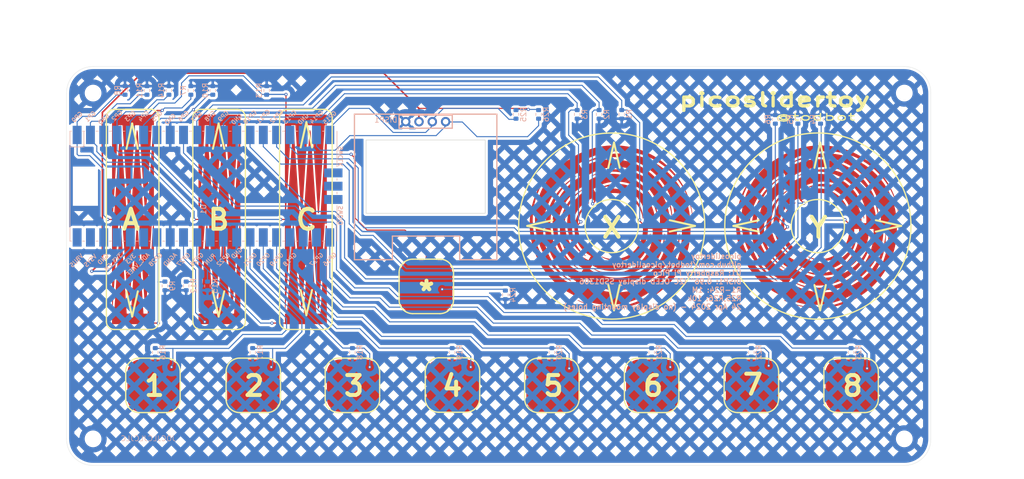
<source format=kicad_pcb>
(kicad_pcb (version 20240108) (generator "pcbnew") (generator_version "8.0")
  (layers (0 "F.Cu" signal) (31 "B.Cu" signal) (34 "B.Paste" user) (35 "F.Paste" user) (36 "B.SilkS" user "B.Silkscreen") (37 "F.SilkS" user "F.Silkscreen") (38 "B.Mask" user) (39 "F.Mask" user) (44 "Edge.Cuts" user))
  (net 0 "")
  (net 9 "/SCL")
  (net 10 "/SDA")
  (net 11 "/TPAD1")
  (net 12 "/TPAD2")
  (net 13 "+3V3")
  (net 14 "GND")
  (net 15 "/TPAD3")
  (net 16 "/TPAD4")
  (net 17 "/FADER1B")
  (net 18 "/FADER1C")
  (net 19 "/FADER1A")
  (net 20 "/FADER2A")
  (net 21 "/FADER2C")
  (net 22 "/FADER2B")
  (net 23 "/FADER3C")
  (net 24 "/FADER3B")
  (net 25 "/FADER3A")
  (net 26 "/ROT1A")
  (net 27 "/ROT1B")
  (net 28 "/ROT1C")
  (net 29 "/ROT2A")
  (net 30 "/ROT2B")
  (net 31 "/ROT2C")
  (net 32 "/TPAD5")
  (net 33 "/TPAD6")
  (net 34 "/TPAD7")
  (net 35 "/TPAD8")
  (net 36 "/TPAD9")
  (footprint "SparkFun-Switch:Pad-CapacitiveTouch" (layer "F.Cu") (at 156.329998 86.36)
    (property "Reference" "SW7")
    (property "Value" "Capacitive Button" (hide yes))
  )
  (footprint "MountingHole:MountingHole_2.7mm_M2.5" (layer "F.Cu") (at 185.42 30.48)
    (property "Reference" "H3" (hide yes))
    (property "Value" "MountingHole" (hide yes))
  )
  (footprint "SparkFun-Switch:Pad-CapacitiveTouch" (layer "F.Cu") (at 80.129998 86.36)
    (property "Reference" "SW3")
    (property "Value" "Capacitive Button" (hide yes))
  )
  (footprint "MountingHole:MountingHole_2.7mm_M2.5_ISO14580" (layer "F.Cu") (at 30.48 30.48)
    (property "Reference" "H1" (hide yes))
    (property "Value" "MountingHole" (hide yes))
  )
  (footprint "SparkFun-Switch:Pad-CapacitiveTouch" (layer "F.Cu") (at 99.179998 86.36)
    (property "Reference" "SW4")
    (property "Value" "Capacitive Button" (hide yes))
  )
  (footprint "SparkFun-Switch:Pad-CapacitiveTouch" (layer "F.Cu") (at 175.379998 86.36)
    (property "Reference" "SW8")
    (property "Value" "Capacitive Button" (hide yes))
  )
  (footprint "todbot_eagle2023:TOUCHROTARY1B" (layer "F.Cu") (at 129.494896 55.876893)
    (property "Reference" "TOUCHROTARY1" (hide yes))
    (property "Value" "~" (hide yes))
  )
  (footprint "SparkFun-Switch:Pad-CapacitiveTouch" (layer "F.Cu") (at 61.079998 86.36)
    (property "Reference" "SW2")
    (property "Value" "Capacitive Button" (hide yes))
  )
  (footprint "SparkFun-Switch:Pad-CapacitiveTouch" (layer "F.Cu") (at 42.029998 86.36)
    (property "Reference" "SW1")
    (property "Value" "Capacitive Button" (hide yes))
  )
  (footprint "SparkFun-Switch:Pad-CapacitiveTouch" (layer "F.Cu") (at 118.229998 86.36)
    (property "Reference" "SW5")
    (property "Value" "Capacitive Button" (hide yes))
  )
  (footprint "MountingHole:MountingHole_2.7mm_M2.5" (layer "F.Cu") (at 185.42 96.52)
    (property "Reference" "H4" (hide yes))
    (property "Value" "MountingHole" (hide yes))
  )
  (footprint "todbot_eagle2023:TOUCHROTARY1B" (layer "F.Cu") (at 168.91 55.876893)
    (property "Reference" "TOUCHROTARY2" (hide yes))
    (property "Value" "~" (hide yes))
  )
  (footprint "todbot_eagle2023:TOUCHSLIDER3_8x40B" (layer "F.Cu") (at 38.1 54.61)
    (property "Reference" "FADER1" (hide yes))
    (property "Value" "~" (hide yes))
  )
  (footprint "todbot_stuff:OLED-TH_under_fixed_L27.8-W27.2-P2.54_C9900033791" (layer "F.Cu") (at 94 35.94)
    (property "Reference" "DISP1")
    (property "Value" "HS96L03W2C03")
    (fp_rect (start -11.375 3.5) (end 11.375 17.5) (stroke (width 0.1)) (fill none) (layer "Edge.Cuts"))
  )
  (footprint "todbot_eagle2023:TOUCHSLIDER3_8x40B" (layer "F.Cu") (at 71.12 54.61)
    (property "Reference" "FADER3" (hide yes))
    (property "Value" "~" (hide yes))
  )
  (footprint "SparkFun-Switch:Pad-CapacitiveTouch" (layer "F.Cu") (at 94.1 67.4)
    (property "Reference" "SW9")
    (property "Value" "Capacitive Button")
  )
  (footprint "todbot_eagle2023:TOUCHSLIDER3_8x40B" (layer "F.Cu") (at 54.61 54.61)
    (property "Reference" "FADER2" (hide yes))
    (property "Value" "~" (hide yes))
  )
  (footprint "MountingHole:MountingHole_2.7mm_M2.5_ISO14580" (layer "F.Cu") (at 30.48 96.52)
    (property "Reference" "H2" (hide yes))
    (property "Value" "MountingHole" (hide yes))
  )
  (footprint "SparkFun-Switch:Pad-CapacitiveTouch" (layer "F.Cu") (at 137.279998 86.36)
    (property "Reference" "SW6")
    (property "Value" "Capacitive Button" (hide yes))
  )
  (footprint "Resistor_SMD:R_0603_1608Metric" (layer "B.Cu") (at 44.196 67.31 90)
    (property "Reference" "R9")
    (property "Value" "1M")
  )
  (footprint "Resistor_SMD:R_0603_1608Metric" (layer "B.Cu") (at 99.06 80.01 90)
    (property "Reference" "R19")
    (property "Value" "1M")
  )
  (footprint "Resistor_SMD:R_0603_1608Metric" (layer "B.Cu") (at 165.1 35.496 -90)
    (property "Reference" "R5")
    (property "Value" "1M")
  )
  (footprint "Resistor_SMD:R_0603_1608Metric" (layer "B.Cu") (at 36.576 29.972 -90)
    (property "Reference" "R8")
    (property "Value" "1M")
  )
  (footprint "Resistor_SMD:R_0603_1608Metric" (layer "B.Cu") (at 63.627 29.972 -90)
    (property "Reference" "R13")
    (property "Value" "1M")
  )
  (footprint "Resistor_SMD:R_0603_1608Metric" (layer "B.Cu") (at 53.34 29.972 -90)
    (property "Reference" "R10")
    (property "Value" "1M")
  )
  (footprint "Resistor_SMD:R_0603_1608Metric" (layer "B.Cu") (at 60.96 80.01 90)
    (property "Reference" "R17")
    (property "Value" "1M")
  )
  (footprint "Resistor_SMD:R_0603_1608Metric" (layer "B.Cu") (at 49.149 29.972 -90)
    (property "Reference" "R7")
    (property "Value" "1M")
  )
  (footprint "Resistor_SMD:R_0603_1608Metric" (layer "B.Cu") (at 40.767 29.972 -90)
    (property "Reference" "R11")
    (property "Value" "1M")
  )
  (footprint "Resistor_SMD:R_0603_1608Metric" (layer "B.Cu") (at 169.418 35.497 -90)
    (property "Reference" "R4")
    (property "Value" "1M")
  )
  (footprint "Resistor_SMD:R_0603_1608Metric" (layer "B.Cu") (at 175.26 80.01 90)
    (property "Reference" "R23")
    (property "Value" "1M")
  )
  (footprint "Resistor_SMD:R_0603_1608Metric" (layer "B.Cu") (at 42.355 80.01 90)
    (property "Reference" "R16")
    (property "Value" "1M")
  )
  (footprint "Resistor_SMD:R_0603_1608Metric" (layer "B.Cu") (at 109.22 69.025 90)
    (property "Reference" "R24")
    (property "Value" "1M")
  )
  (footprint "Resistor_SMD:R_0603_1608Metric" (layer "B.Cu") (at 52.324 67.31 90)
    (property "Reference" "R15")
    (property "Value" "1M")
  )
  (footprint "Resistor_SMD:R_0603_1608Metric" (layer "B.Cu") (at 118.11 80.01 90)
    (property "Reference" "R20")
    (property "Value" "1M")
  )
  (footprint "Resistor_SMD:R_0603_1608Metric" (layer "B.Cu") (at 156.21 80.01 90)
    (property "Reference" "R22")
    (property "Value" "1M")
  )
  (footprint "Resistor_SMD:R_0603_1608Metric" (layer "B.Cu") (at 48.26 67.31 90)
    (property "Reference" "R12")
    (property "Value" "1M")
  )
  (footprint "Resistor_SMD:R_0603_1608Metric" (layer "B.Cu") (at 137.16 80.01 90)
    (property "Reference" "R21")
    (property "Value" "1M")
  )
  (footprint "Resistor_SMD:R_0603_1608Metric" (layer "B.Cu") (at 80.01 80.01 90)
    (property "Reference" "R18")
    (property "Value" "1M")
  )
  (footprint "Resistor_SMD:R_0603_1608Metric" (layer "B.Cu") (at 122.936 34.544 90)
    (property "Reference" "R3")
    (property "Value" "1M")
  )
  (footprint "Resistor_SMD:R_0603_1608Metric" (layer "B.Cu") (at 160.782 35.497 -90)
    (property "Reference" "R6")
    (property "Value" "1M")
  )
  (footprint "Resistor_SMD:R_0603_1608Metric" (layer "B.Cu") (at 44.958 29.972 -90)
    (property "Reference" "R14")
    (property "Value" "1M")
  )
  (footprint "Resistor_SMD:R_0603_1608Metric" (layer "B.Cu") (at 111.252 34.544 90)
    (property "Reference" "R25")
    (property "Value" "10k")
  )
  (footprint "todbot_RPI_Pico:RPi_Pico_SMD" (layer "B.Cu") (at 51.562 48.26 -90)
    (property "Reference" "U1")
    (property "Value" "Pico")
  )
  (footprint "Resistor_SMD:R_0603_1608Metric" (layer "B.Cu") (at 131.445 34.544 90)
    (property "Reference" "R1")
    (property "Value" "1M")
  )
  (footprint "Resistor_SMD:R_0603_1608Metric" (layer "B.Cu") (at 115.57 34.544 90)
    (property "Reference" "R26")
    (property "Value" "10k")
  )
  (footprint "Resistor_SMD:R_0603_1608Metric" (layer "B.Cu") (at 127.127 34.544 90)
    (property "Reference" "R2")
    (property "Value" "1M")
  )
  (gr_line (start 172.659999 81.1) (end 177.859999 81.1) (stroke (width 0.254)) (layer "F.SilkS"))
  (gr_line (start 93.92 88.84) (end 93.919999 83.640001) (stroke (width 0.254)) (layer "F.SilkS"))
  (gr_arc (start 39.309999 91.499999) (mid 37.471521 90.738477) (end 36.709999 88.899999) (stroke (width 0.254)) (layer "F.SilkS"))
  (gr_line (start 91.5232 62.2) (end 96.7232 62.2) (stroke (width 0.254)) (layer "F.SilkS"))
  (gr_arc (start 101.719999 81.040001) (mid 103.558477 81.801523) (end 104.319999 83.640001) (stroke (width 0.254)) (layer "F.SilkS"))
  (gr_arc (start 58.479999 91.499999) (mid 56.641521 90.738477) (end 55.879999 88.899999) (stroke (width 0.254)) (layer "F.SilkS"))
  (gr_line (start 66.101631 35.113631) (end 66.101631 74.106369) (stroke (width 0.254)) (layer "F.SilkS"))
  (gr_line (start 161.409997 88.9) (end 161.409998 83.700001) (stroke (width 0.254)) (layer "F.SilkS"))
  (gr_arc (start 36.709998 83.7) (mid 37.47152 81.861522) (end 39.309998 81.1) (stroke (width 0.254)) (layer "F.SilkS"))
  (gr_arc (start 104.319998 88.84) (mid 103.558476 90.678478) (end 101.719998 91.44) (stroke (width 0.254)) (layer "F.SilkS"))
  (gr_line (start 77.409998 81.1) (end 82.609998 81.1) (stroke (width 0.254)) (layer "F.SilkS"))
  (gr_arc (start 34.544 75.630369) (mid 33.46637 75.184) (end 33.02 74.106369) (stroke (width 0.254)) (layer "F.SilkS"))
  (gr_line (start 76.138369 74.106369) (end 76.138369 35.113631) (stroke (width 0.254)) (layer "F.SilkS"))
  (gr_line (start 123.309997 88.9) (end 123.309998 83.700001) (stroke (width 0.254)) (layer "F.SilkS"))
  (gr_arc (start 93.919999 83.640001) (mid 94.681521 81.801523) (end 96.519999 81.040001) (stroke (width 0.254)) (layer "F.SilkS"))
  (gr_line (start 67.625631 75.630369) (end 74.614369 75.630369) (stroke (width 0.254)) (layer "F.SilkS"))
  (gr_line (start 134.559999 81.1) (end 139.759999 81.1) (stroke (width 0.254)) (layer "F.SilkS"))
  (gr_arc (start 49.53 35.113631) (mid 49.976369 34.036) (end 51.054 33.589631) (stroke (width 0.254)) (layer "F.SilkS"))
  (gr_arc (start 115.509999 91.499999) (mid 113.671521 90.738477) (end 112.909999 88.899999) (stroke (width 0.254)) (layer "F.SilkS"))
  (gr_line (start 36.709999 88.899999) (end 36.709998 83.7) (stroke (width 0.254)) (layer "F.SilkS"))
  (gr_line (start 82.609997 91.499999) (end 77.409999 91.499999) (stroke (width 0.254)) (layer "F.SilkS"))
  (gr_line (start 55.879999 88.899999) (end 55.879998 83.7) (stroke (width 0.254)) (layer "F.SilkS"))
  (gr_line (start 88.923201 69.999999) (end 88.9232 64.8) (stroke (width 0.254)) (layer "F.SilkS"))
  (gr_arc (start 158.809998 81.1) (mid 160.648476 81.861522) (end 161.409998 83.7) (stroke (width 0.254)) (layer "F.SilkS"))
  (gr_arc (start 91.523201 72.599999) (mid 89.684723 71.838477) (end 88.923201 69.999999) (stroke (width 0.254)) (layer "F.SilkS"))
  (gr_arc (start 151.009998 83.7) (mid 151.77152 81.861522) (end 153.609998 81.1) (stroke (width 0.254)) (layer "F.SilkS"))
  (gr_arc (start 58.042738 33.589631) (mid 59.12037 34.036) (end 59.566738 35.113631) (stroke (width 0.254)) (layer "F.SilkS"))
  (gr_line (start 153.609998 81.1) (end 158.809998 81.1) (stroke (width 0.254)) (layer "F.SilkS"))
  (gr_line (start 58.479998 81.1) (end 63.679998 81.1) (stroke (width 0.254)) (layer "F.SilkS"))
  (gr_line (start 74.809999 88.899999) (end 74.809998 83.7) (stroke (width 0.254)) (layer "F.SilkS"))
  (gr_line (start 49.53 35.113631) (end 49.53 74.106369) (stroke (width 0.254)) (layer "F.SilkS"))
  (gr_arc (start 66.279997 88.899999) (mid 65.518475 90.738477) (end 63.679997 91.499999) (stroke (width 0.254)) (layer "F.SilkS"))
  (gr_line (start 33.02 35.113631) (end 33.02 74.106369) (stroke (width 0.254)) (layer "F.SilkS"))
  (gr_arc (start 88.9232 64.8) (mid 89.684722 62.961522) (end 91.5232 62.2) (stroke (width 0.254)) (layer "F.SilkS"))
  (gr_circle (center 168.91 55.88) (end 173.99 55.88) (stroke (width 0.254)) (fill none) (layer "F.SilkS"))
  (gr_circle (center 168.91 55.876893) (end 186.69 55.876893) (stroke (width 0.254)) (fill none) (layer "F.SilkS"))
  (gr_arc (start 96.7232 62.2) (mid 98.561678 62.961522) (end 99.3232 64.8) (stroke (width 0.254)) (layer "F.SilkS"))
  (gr_line (start 96.723199 72.599999) (end 91.523201 72.599999) (stroke (width 0.254)) (layer "F.SilkS"))
  (gr_arc (start 120.709998 81.1) (mid 122.548476 81.861522) (end 123.309998 83.7) (stroke (width 0.254)) (layer "F.SilkS"))
  (gr_arc (start 99.323199 69.999999) (mid 98.561677 71.838477) (end 96.723199 72.599999) (stroke (width 0.254)) (layer "F.SilkS"))
  (gr_arc (start 180.459998 88.899999) (mid 179.698476 90.738477) (end 177.859998 91.499999) (stroke (width 0.254)) (layer "F.SilkS"))
  (gr_line (start 139.759998 91.499999) (end 134.56 91.499999) (stroke (width 0.254)) (layer "F.SilkS"))
  (gr_line (start 34.544 75.630369) (end 41.532738 75.630369) (stroke (width 0.254)) (layer "F.SilkS"))
  (gr_line (start 47.109997 88.9) (end 47.109998 83.700001) (stroke (width 0.254)) (layer "F.SilkS"))
  (gr_arc (start 74.809998 83.7) (mid 75.57152 81.861522) (end 77.409998 81.1) (stroke (width 0.254)) (layer "F.SilkS"))
  (gr_arc (start 153.609999 91.499999) (mid 151.771521 90.738477) (end 151.009999 88.899999) (stroke (width 0.254)) (layer "F.SilkS"))
  (gr_line (start 41.532738 33.589631) (end 34.544 33.589631) (stroke (width 0.254)) (layer "F.SilkS"))
  (gr_arc (start 47.109997 88.899999) (mid 46.348475 90.738477) (end 44.509997 91.499999) (stroke (width 0.254)) (layer "F.SilkS"))
  (gr_line (start 66.279997 88.9) (end 66.279998 83.700001) (stroke (width 0.254)) (layer "F.SilkS"))
  (gr_line (start 115.509998 81.1) (end 120.709998 81.1) (stroke (width 0.254)) (layer "F.SilkS"))
  (gr_arc (start 131.959999 83.7) (mid 132.721521 81.861522) (end 134.559999 81.1) (stroke (width 0.254)) (layer "F.SilkS"))
  (gr_arc (start 142.359998 88.899999) (mid 141.598476 90.738477) (end 139.759998 91.499999) (stroke (width 0.254)) (layer "F.SilkS"))
  (gr_line (start 170.06 88.899999) (end 170.059999 83.7) (stroke (width 0.254)) (layer "F.SilkS"))
  (gr_arc (start 43.056738 74.106369) (mid 42.610369 75.184) (end 41.532738 75.630369) (stroke (width 0.254)) (layer "F.SilkS"))
  (gr_arc (start 177.859999 81.1) (mid 179.698477 81.861522) (end 180.459999 83.7) (stroke (width 0.254)) (layer "F.SilkS"))
  (gr_arc (start 139.759999 81.1) (mid 141.598477 81.861522) (end 142.359999 83.7) (stroke (width 0.254)) (layer "F.SilkS"))
  (gr_arc (start 170.059999 83.7) (mid 170.821521 81.861522) (end 172.659999 81.1) (stroke (width 0.254)) (layer "F.SilkS"))
  (gr_arc (start 33.02 35.113631) (mid 33.466369 34.036) (end 34.544 33.589631) (stroke (width 0.254)) (layer "F.SilkS"))
  (gr_line (start 180.459998 88.9) (end 180.459999 83.700001) (stroke (width 0.254)) (layer "F.SilkS"))
  (gr_line (start 85.209997 88.9) (end 85.209998 83.700001) (stroke (width 0.254)) (layer "F.SilkS"))
  (gr_arc (start 112.909998 83.7) (mid 113.67152 81.861522) (end 115.509998 81.1) (stroke (width 0.254)) (layer "F.SilkS"))
  (gr_arc (start 134.56 91.499999) (mid 132.721522 90.738477) (end 131.96 88.899999) (stroke (width 0.254)) (layer "F.SilkS"))
  (gr_line (start 158.809997 91.499999) (end 153.609999 91.499999) (stroke (width 0.254)) (layer "F.SilkS"))
  (gr_arc (start 67.625631 75.630369) (mid 66.548 75.184) (end 66.101631 74.106369) (stroke (width 0.254)) (layer "F.SilkS"))
  (gr_arc (start 77.409999 91.499999) (mid 75.571521 90.738477) (end 74.809999 88.899999) (stroke (width 0.254)) (layer "F.SilkS"))
  (gr_line (start 120.709997 91.499999) (end 115.509999 91.499999) (stroke (width 0.254)) (layer "F.SilkS"))
  (gr_line (start 112.909999 88.899999) (end 112.909998 83.7) (stroke (width 0.254)) (layer "F.SilkS"))
  (gr_arc (start 123.309997 88.899999) (mid 122.548475 90.738477) (end 120.709997 91.499999) (stroke (width 0.254)) (layer "F.SilkS"))
  (gr_line (start 59.566738 74.106369) (end 59.566738 35.113631) (stroke (width 0.254)) (layer "F.SilkS"))
  (gr_line (start 99.323199 70) (end 99.3232 64.800001) (stroke (width 0.254)) (layer "F.SilkS"))
  (gr_line (start 104.319998 88.840001) (end 104.319999 83.640002) (stroke (width 0.254)) (layer "F.SilkS"))
  (gr_line (start 131.96 88.899999) (end 131.959999 83.7) (stroke (width 0.254)) (layer "F.SilkS"))
  (gr_line (start 142.359998 88.9) (end 142.359999 83.700001) (stroke (width 0.254)) (layer "F.SilkS"))
  (gr_line (start 74.614369 33.589631) (end 67.625631 33.589631) (stroke (width 0.254)) (layer "F.SilkS"))
  (gr_arc (start 51.054 75.630369) (mid 49.97637 75.184) (end 49.53 74.106369) (stroke (width 0.254)) (layer "F.SilkS"))
  (gr_line (start 44.509997 91.499999) (end 39.309999 91.499999) (stroke (width 0.254)) (layer "F.SilkS"))
  (gr_arc (start 44.509998 81.1) (mid 46.348476 81.861522) (end 47.109998 83.7) (stroke (width 0.254)) (layer "F.SilkS"))
  (gr_arc (start 55.879998 83.7) (mid 56.64152 81.861522) (end 58.479998 81.1) (stroke (width 0.254)) (layer "F.SilkS"))
  (gr_arc (start 66.101631 35.113631) (mid 66.548 34.036) (end 67.625631 33.589631) (stroke (width 0.254)) (layer "F.SilkS"))
  (gr_line (start 101.719998 91.44) (end 96.52 91.44) (stroke (width 0.254)) (layer "F.SilkS"))
  (gr_circle (center 129.54 55.876893) (end 147.274896 57.098119) (stroke (width 0.254)) (fill none) (layer "F.SilkS"))
  (gr_line (start 43.056738 74.106369) (end 43.056738 35.113631) (stroke (width 0.254)) (layer "F.SilkS"))
  (gr_line (start 58.042738 33.589631) (end 51.054 33.589631) (stroke (width 0.254)) (layer "F.SilkS"))
  (gr_line (start 39.309998 81.1) (end 44.509998 81.1) (stroke (width 0.254)) (layer "F.SilkS"))
  (gr_arc (start 85.209997 88.899999) (mid 84.448475 90.738477) (end 82.609997 91.499999) (stroke (width 0.254)) (layer "F.SilkS"))
  (gr_arc (start 161.409997 88.899999) (mid 160.648475 90.738477) (end 158.809997 91.499999) (stroke (width 0.254)) (layer "F.SilkS"))
  (gr_arc (start 82.609998 81.1) (mid 84.448476 81.861522) (end 85.209998 83.7) (stroke (width 0.254)) (layer "F.SilkS"))
  (gr_arc (start 74.614369 33.589631) (mid 75.692 34.036) (end 76.138369 35.113631) (stroke (width 0.254)) (layer "F.SilkS"))
  (gr_line (start 151.009999 88.899999) (end 151.009998 83.7) (stroke (width 0.254)) (layer "F.SilkS"))
  (gr_line (start 177.859998 91.499999) (end 172.66 91.499999) (stroke (width 0.254)) (layer "F.SilkS"))
  (gr_line (start 63.679997 91.499999) (end 58.479999 91.499999) (stroke (width 0.254)) (layer "F.SilkS"))
  (gr_line (start 51.054 75.630369) (end 58.042738 75.630369) (stroke (width 0.254)) (layer "F.SilkS"))
  (gr_line (start 96.519999 81.040001) (end 101.719999 81.040001) (stroke (width 0.254)) (layer "F.SilkS"))
  (gr_arc (start 63.679998 81.1) (mid 65.518476 81.861522) (end 66.279998 83.7) (stroke (width 0.254)) (layer "F.SilkS"))
  (gr_arc (start 76.138369 74.106369) (mid 75.692 75.184) (end 74.614369 75.630369) (stroke (width 0.254)) (layer "F.SilkS"))
  (gr_circle (center 129.54 55.88) (end 134.62 55.88) (stroke (width 0.254)) (fill none) (layer "F.SilkS"))
  (gr_arc (start 59.566738 74.106369) (mid 59.120369 75.184) (end 58.042738 75.630369) (stroke (width 0.254)) (layer "F.SilkS"))
  (gr_arc (start 41.532738 33.589631) (mid 42.61037 34.036) (end 43.056738 35.113631) (stroke (width 0.254)) (layer "F.SilkS"))
  (gr_arc (start 96.52 91.44) (mid 94.681522 90.678478) (end 93.92 88.84) (stroke (width 0.254)) (layer "F.SilkS"))
  (gr_arc (start 172.66 91.499999) (mid 170.821522 90.738477) (end 170.06 88.899999) (stroke (width 0.254)) (layer "F.SilkS"))
  (gr_line (start 30.48 25.4) (end 185.42 25.4) (stroke (width 0.05)) (layer "Edge.Cuts"))
  (gr_arc (start 25.4 30.48) (mid 26.887898 26.887898) (end 30.48 25.4) (stroke (width 0.05)) (layer "Edge.Cuts"))
  (gr_line (start 30.48 101.6) (end 185.42 101.6) (stroke (width 0.05)) (layer "Edge.Cuts"))
  (gr_line (start 25.399998 96.520002) (end 25.4 30.48) (stroke (width 0.05)) (layer "Edge.Cuts"))
  (gr_arc (start 30.479998 101.600002) (mid 26.887896 100.112104) (end 25.399998 96.520002) (stroke (width 0.05)) (layer "Edge.Cuts"))
  (gr_arc (start 190.5 96.52) (mid 189.012102 100.112102) (end 185.42 101.6) (stroke (width 0.05)) (layer "Edge.Cuts"))
  (gr_line (start 190.5 30.48) (end 190.5 96.52) (stroke (width 0.05)) (layer "Edge.Cuts"))
  (gr_arc (start 185.42 25.4) (mid 189.012102 26.887898) (end 190.5 30.48) (stroke (width 0.05)) (layer "Edge.Cuts"))
  (gr_text "JOCJLCJLCJLC" (at 46.355 97.028 0) (layer "B.SilkS") (effects (font (size 1 1) (thickness 0.1)) (justify left bottom mirror)))
  (gr_text "picoslidertoy\ngithub.com/todbot/picoslidertoy\nU1: Raspberry Pi Pico\nDISP1: 0.96{dblquote} I2C OLED display SSD1306\nR1-R24: 1M\nR25,R26: 10k\n24 Apr 2024 - (no display mounting holes)" (at 154.432 71.882 0) (layer "B.SilkS") (effects (font (size 1 1) (thickness 0.2) (bold yes)) (justify left bottom mirror)))
  (gr_text "2" (at 58.928 88.646 0) (layer "F.SilkS") (effects (font (size 3.81 3.81) (thickness 0.762) (bold yes)) (justify left bottom)))
  (gr_text "6" (at 135.128 88.646 0) (layer "F.SilkS") (effects (font (size 3.81 3.81) (thickness 0.762) (bold yes)) (justify left bottom)))
  (gr_text "A" (at 35.56 56.896 0) (layer "F.SilkS") (effects (font (size 3.81 3.81) (thickness 0.762) (bold yes)) (justify left bottom)))
  (gr_text "8" (at 173.228 88.646 0) (layer "F.SilkS") (effects (font (size 3.81 3.81) (thickness 0.762) (bold yes)) (justify left bottom)))
  (gr_text "B" (at 52.07 56.896 0) (layer "F.SilkS") (effects (font (size 3.81 3.81) (thickness 0.762) (bold yes)) (justify left bottom)))
  (gr_text "<    >" (at 111.633 57.785 0) (layer "F.SilkS") (effects (font (size 3.81 6.35) (thickness 0.381) (bold yes)) (justify left bottom)))
  (gr_text "7" (at 154.178 88.392 0) (layer "F.SilkS") (effects (font (size 3.81 3.81) (thickness 0.762) (bold yes)) (justify left bottom)))
  (gr_text "picoslidertoy" (at 141.986 33.274 0) (layer "F.SilkS") (effects (font (size 2.54 3.81) (thickness 0.635) (bold yes)) (justify left bottom)))
  (gr_text "@todbot" (at 160.528 35.814 0) (layer "F.SilkS") (effects (font (size 1.27 2.54) (thickness 0.254)) (justify left bottom)))
  (gr_text "1" (at 39.878 88.646 0) (layer "F.SilkS") (effects (font (size 3.81 3.81) (thickness 0.762) (bold yes)) (justify left bottom)))
  (gr_text "X" (at 127.254 58.42 0) (layer "F.SilkS") (effects (font (size 3.81 3.81) (thickness 0.762) (bold yes)) (justify left bottom)))
  (gr_text "Y" (at 166.878 58.42 0) (layer "F.SilkS") (effects (font (size 3.81 3.81) (thickness 0.762) (bold yes)) (justify left bottom)))
  (gr_text "<    >" (at 171.281725 73.732488 90) (layer "F.SilkS") (effects (font (size 3.81 6.35) (thickness 0.381) (bold yes)) (justify left bottom)))
  (gr_text "3" (at 77.978 88.646 0) (layer "F.SilkS") (effects (font (size 3.81 3.81) (thickness 0.762) (bold yes)) (justify left bottom)))
  (gr_text "<     >" (at 56.388 74.93 90) (layer "F.SilkS") (effects (font (size 3.81 6.35) (thickness 0.381) (bold yes)) (justify left bottom)))
  (gr_text "C" (at 68.834 56.896 0) (layer "F.SilkS") (effects (font (size 3.81 3.81) (thickness 0.762) (bold yes)) (justify left bottom)))
  (gr_text "5" (at 116.078 88.646 0) (layer "F.SilkS") (effects (font (size 3.81 3.81) (thickness 0.762) (bold yes)) (justify left bottom)))
  (gr_text "<    >" (at 131.911725 73.732488 90) (layer "F.SilkS") (effects (font (size 3.81 6.35) (thickness 0.381) (bold yes)) (justify left bottom)))
  (gr_text "<    >" (at 151.003 57.785 0) (layer "F.SilkS") (effects (font (size 3.81 6.35) (thickness 0.381) (bold yes)) (justify left bottom)))
  (gr_text "4" (at 96.774 88.646 0) (layer "F.SilkS") (effects (font (size 3.81 3.81) (thickness 0.762) (bold yes)) (justify left bottom)))
  (gr_text "<     >" (at 39.878 74.93 90) (layer "F.SilkS") (effects (font (size 3.81 6.35) (thickness 0.381) (bold yes)) (justify left bottom)))
  (gr_text "*" (at 92.202 70.6328 0) (layer "F.SilkS") (effects (font (size 3.81 3.81) (thickness 0.762) (bold yes)) (justify left bottom)))
  (gr_text "<     >" (at 73.152 74.676 90) (layer "F.SilkS") (effects (font (size 3.81 6.35) (thickness 0.381) (bold yes)) (justify left bottom)))
  (segment (start 97.41 33.4) (end 95.25 35.56) (width 0.2) (layer "B.Cu") (net 9))
  (segment (start 94 38) (end 87.8 38) (width 0.2) (layer "B.Cu") (net 9))
  (segment (start 87.8 38) (end 83.2 33.4) (width 0.2) (layer "B.Cu") (net 9))
  (segment (start 109.918 35.496) (end 107.822 33.4) (width 0.2) (layer "B.Cu") (net 9))
  (segment (start 111.125 35.496) (end 109.918 35.496) (width 0.2) (layer "B.Cu") (net 9))
  (segment (start 83.2 33.4) (end 79.4 33.4) (width 0.2) (layer "B.Cu") (net 9))
  (segment (start 95.27 35.94) (end 95.27 36.73) (width 0.2) (layer "B.Cu") (net 9))
  (segment (start 107.822 33.4) (end 97.41 33.4) (width 0.2) (layer "B.Cu") (net 9))
  (segment (start 95.27 36.73) (end 94 38) (width 0.2) (layer "B.Cu") (net 9))
  (segment (start 79.4 33.4) (end 75.692 37.108) (width 0.2) (layer "B.Cu") (net 9))
  (segment (start 75.692 37.108) (end 75.692 39.37) (width 0.2) (layer "B.Cu") (net 9))
  (segment (start 97.87 36) (end 97.81 35.94) (width 0.2) (layer "B.Cu") (net 10))
  (segment (start 96 38.6) (end 97.81 36.79) (width 0.2) (layer "B.Cu") (net 10))
  (segment (start 76.708 41.402) (end 79.51 38.6) (width 0.2) (layer "B.Cu") (net 10))
  (segment (start 101 36) (end 97.87 36) (width 0.2) (layer "B.Cu") (net 10))
  (segment (start 97.81 36.79) (end 97.81 35.94) (width 0.2) (layer "B.Cu") (net 10))
  (segment (start 79.51 38.6) (end 96 38.6) (width 0.2) (layer "B.Cu") (net 10))
  (segment (start 103.8 38.8) (end 101 36) (width 0.2) (layer "B.Cu") (net 10))
  (segment (start 113.473 38.8) (end 103.8 38.8) (width 0.2) (layer "B.Cu") (net 10))
  (segment (start 73.914 41.402) (end 76.708 41.402) (width 0.2) (layer "B.Cu") (net 10))
  (segment (start 115.57 36.703) (end 113.473 38.8) (width 0.2) (layer "B.Cu") (net 10))
  (segment (start 73.152 39.37) (end 73.152 40.64) (width 0.2) (layer "B.Cu") (net 10))
  (segment (start 73.152 40.64) (end 73.914 41.402) (width 0.2) (layer "B.Cu") (net 10))
  (segment (start 115.57 35.369) (end 115.57 36.703) (width 0.2) (layer "B.Cu") (net 10))
  (segment (start 45.72 82.296) (end 42.029998 85.986002) (width 0.2) (layer "F.Cu") (net 11))
  (segment (start 42.029998 85.986002) (end 42.029998 86.36) (width 0.2) (layer "F.Cu") (net 11))
  (via (at 45.466 82.804) (size 0.6) (drill 0.3) (layers "F.Cu" "B.Cu") (net 11))
  (segment (start 59.055 76.581) (end 66.548 76.581) (width 0.2) (layer "B.Cu") (net 11))
  (segment (start 42.418 79.248) (end 45.72 79.248) (width 0.2) (layer "B.Cu") (net 11))
  (segment (start 45.72 79.248) (end 56.388 79.248) (width 0.2) (layer "B.Cu") (net 11))
  (segment (start 45.72 82.296) (end 45.72 79.248) (width 0.2) (layer "B.Cu") (net 11))
  (segment (start 55.372 61.468) (end 55.372 57.15) (width 0.2) (layer "B.Cu") (net 11))
  (segment (start 56.388 79.248) (end 59.055 76.581) (width 0.2) (layer "B.Cu") (net 11))
  (segment (start 45.466 82.55) (end 45.466 82.804) (width 0.2) (layer "B.Cu") (net 11))
  (segment (start 67.437 75.692) (end 67.437 73.533) (width 0.2) (layer "B.Cu") (net 11))
  (segment (start 67.437 73.533) (end 55.372 61.468) (width 0.2) (layer "B.Cu") (net 11))
  (segment (start 66.548 76.581) (end 67.437 75.692) (width 0.2) (layer "B.Cu") (net 11))
  (segment (start 45.72 82.296) (end 45.466 82.55) (width 0.2) (layer "B.Cu") (net 11))
  (segment (start 42.355 79.185) (end 42.418 79.248) (width 0.2) (layer "B.Cu") (net 11))
  (segment (start 61.079998 86.240002) (end 64.77 82.55) (width 0.2) (layer "F.Cu") (net 12))
  (segment (start 61.079998 86.36) (end 61.079998 86.240002) (width 0.2) (layer "F.Cu") (net 12))
  (via (at 64.516 82.804) (size 0.6) (drill 0.3) (layers "F.Cu" "B.Cu") (net 12))
  (segment (start 60.452 64.008) (end 60.452 57.15) (width 0.2) (layer "B.Cu") (net 12))
  (segment (start 70.358 76.073) (end 70.358 73.914) (width 0.2) (layer "B.Cu") (net 12))
  (segment (start 67.183 79.248) (end 70.358 76.073) (width 0.2) (layer "B.Cu") (net 12))
  (segment (start 70.358 73.914) (end 60.452 64.008) (width 0.2) (layer "B.Cu") (net 12))
  (segment (start 64.77 79.248) (end 61.023 79.248) (width 0.2) (layer "B.Cu") (net 12))
  (segment (start 61.023 79.248) (end 60.96 79.185) (width 0.2) (layer "B.Cu") (net 12))
  (segment (start 64.77 79.248) (end 67.183 79.248) (width 0.2) (layer "B.Cu") (net 12))
  (segment (start 64.77 82.55) (end 64.77 79.248) (width 0.2) (layer "B.Cu") (net 12))
  (segment (start 32.258 62.484) (end 30.226 64.516) (width 0.3) (layer "F.Cu") (net 13))
  (segment (start 92.71 33.401) (end 85.979 26.67) (width 0.3) (layer "F.Cu") (net 13))
  (segment (start 92.71 35.92) (end 92.71 34) (width 0.3) (layer "F.Cu") (net 13))
  (segment (start 92.71 34) (end 92.71 33.401) (width 0.3) (layer "F.Cu") (net 13))
  (segment (start 113.4 33.6) (end 113.6 33.6) (width 0.2) (layer "F.Cu") (net 13))
  (segment (start 92.73 35.94) (end 92.71 35.92) (width 0.3) (layer "F.Cu") (net 13))
  (segment (start 92.711 33.4) (end 113.2 33.4) (width 0.2) (layer "F.Cu") (net 13))
  (segment (start 32.258 34.163) (end 32.258 62.484) (width 0.3) (layer "F.Cu") (net 13))
  (segment (start 113.2 33.4) (end 113.4 33.6) (width 0.2) (layer "F.Cu") (net 13))
  (segment (start 92.71 33.401) (end 92.711 33.4) (width 0.2) (layer "F.Cu") (net 13))
  (segment (start 39.751 26.67) (end 32.258 34.163) (width 0.3) (layer "F.Cu") (net 13))
  (segment (start 85.979 26.67) (end 39.751 26.67) (width 0.3) (layer "F.Cu") (net 13))
  (via (at 30.226 64.516) (size 0.6) (drill 0.3) (layers "F.Cu" "B.Cu") (net 13))
  (via (at 113.6 33.6) (size 0.6) (drill 0.3) (layers "F.Cu" "B.Cu") (net 13))
  (segment (start 115.451 33.6) (end 115.57 33.719) (width 0.2) (layer "B.Cu") (net 13))
  (segment (start 37.592 57.15) (end 37.592 60.198) (width 0.3) (layer "B.Cu") (net 13))
  (segment (start 37.592 60.198) (end 33.274 64.516) (width 0.3) (layer "B.Cu") (net 13))
  (segment (start 111.125 33.846) (end 111.371 33.6) (width 0.2) (layer "B.Cu") (net 13))
  (segment (start 111.371 33.6) (end 113.6 33.6) (width 0.2) (layer "B.Cu") (net 13))
  (segment (start 33.274 64.516) (end 30.226 64.516) (width 0.3) (layer "B.Cu") (net 13))
  (segment (start 110.935 33.846) (end 111.125 33.846) (width 0.2) (layer "B.Cu") (net 13))
  (segment (start 113.6 33.6) (end 115.451 33.6) (width 0.2) (layer "B.Cu") (net 13))
  (segment (start 42.164 81.026) (end 42.355 80.835) (width 0.2) (layer "B.Cu") (net 14))
  (segment (start 83.312 83.177998) (end 83.312 82.804) (width 0.2) (layer "F.Cu") (net 15))
  (segment (start 80.129998 86.36) (end 83.312 83.177998) (width 0.2) (layer "F.Cu") (net 15))
  (via (at 83.312 82.804) (size 0.6) (drill 0.3) (layers "F.Cu" "B.Cu") (net 15))
  (segment (start 83.312 82.804) (end 83.312 80.264) (width 0.2) (layer "B.Cu") (net 15))
  (segment (start 82.233 79.185) (end 80.01 79.185) (width 0.2) (layer "B.Cu") (net 15))
  (segment (start 83.312 80.264) (end 82.233 79.185) (width 0.2) (layer "B.Cu") (net 15))
  (segment (start 62.992 57.15) (end 62.992 64.008) (width 0.2) (layer "B.Cu") (net 15))
  (segment (start 62.992 64.008) (end 78.169 79.185) (width 0.2) (layer "B.Cu") (net 15))
  (segment (start 78.169 79.185) (end 80.01 79.185) (width 0.2) (layer "B.Cu") (net 15))
  (segment (start 99.06 86.36) (end 99.179998 86.36) (width 0.2) (layer "F.Cu") (net 16))
  (segment (start 99.179998 86.36) (end 102.616 82.923998) (width 0.2) (layer "F.Cu") (net 16))
  (segment (start 102.616 82.923998) (end 102.616 82.804) (width 0.2) (layer "F.Cu") (net 16))
  (via (at 102.616 82.804) (size 0.6) (drill 0.3) (layers "F.Cu" "B.Cu") (net 16))
  (segment (start 102.616 82.804) (end 102.616 80.772) (width 0.2) (layer "B.Cu") (net 16))
  (segment (start 101.029 79.185) (end 99.06 79.185) (width 0.2) (layer "B.Cu") (net 16))
  (segment (start 85.1286 79.185) (end 81.407 75.4634) (width 0.2) (layer "B.Cu") (net 16))
  (segment (start 99.06 79.185) (end 85.1286 79.185) (width 0.2) (layer "B.Cu") (net 16))
  (segment (start 102.616 80.772) (end 101.029 79.185) (width 0.2) (layer "B.Cu") (net 16))
  (segment (start 65.532 64.008) (end 65.532 57.15) (width 0.2) (layer "B.Cu") (net 16))
  (segment (start 81.407 75.4634) (end 76.9874 75.4634) (width 0.2) (layer "B.Cu") (net 16))
  (segment (start 76.9874 75.4634) (end 65.532 64.008) (width 0.2) (layer "B.Cu") (net 16))
  (segment (start 34.3 54.61) (end 33.274 54.61) (width 0.2) (layer "F.Cu") (net 17))
  (via (at 33.274 54.61) (size 0.6) (drill 0.3) (layers "F.Cu" "B.Cu") (net 17))
  (segment (start 32.512 45.085) (end 29.845 42.418) (width 0.2) (layer "B.Cu") (net 17))
  (segment (start 36.5374 30.8356) (end 34.9504 30.8356) (width 0.2) (layer "B.Cu") (net 17))
  (segment (start 32.512 53.848) (end 32.512 45.085) (width 0.2) (layer "B.Cu") (net 17))
  (segment (start 27.432 35.9664) (end 27.432 39.37) (width 0.2) (layer "B.Cu") (net 17))
  (segment (start 30.861 34.925) (end 28.4734 34.925) (width 0.2) (layer "B.Cu") (net 17))
  (segment (start 28.4734 34.925) (end 27.432 35.9664) (width 0.2) (layer "B.Cu") (net 17))
  (segment (start 27.432 42.164) (end 27.432 39.37) (width 0.2) (layer "B.Cu") (net 17))
  (segment (start 27.686 42.418) (end 27.432 42.164) (width 0.2) (layer "B.Cu") (net 17))
  (segment (start 33.274 54.61) (end 32.512 53.848) (width 0.2) (layer "B.Cu") (net 17))
  (segment (start 36.576 30.797) (end 36.5374 30.8356) (width 0.2) (layer "B.Cu") (net 17))
  (segment (start 34.9504 30.8356) (end 30.861 34.925) (width 0.2) (layer "B.Cu") (net 17))
  (segment (start 29.845 42.418) (end 27.686 42.418) (width 0.2) (layer "B.Cu") (net 17))
  (segment (start 35.3 74.41) (end 42.914 74.41) (width 0.2) (layer "F.Cu") (net 18))
  (segment (start 42.914 74.41) (end 42.926 74.422) (width 0.2) (layer "F.Cu") (net 18))
  (via (at 42.926 74.422) (size 0.6) (drill 0.3) (layers "F.Cu" "B.Cu") (net 18))
  (segment (start 42.672 61.468) (end 42.672 57.15) (width 0.2) (layer "B.Cu") (net 18))
  (segment (start 42.926 66.548) (end 42.926 61.722) (width 0.2) (layer "B.Cu") (net 18))
  (segment (start 42.926 66.548) (end 44.133 66.548) (width 0.2) (layer "B.Cu") (net 18))
  (segment (start 42.926 61.722) (end 42.672 61.468) (width 0.2) (layer "B.Cu") (net 18))
  (segment (start 44.133 66.548) (end 44.196 66.485) (width 0.2) (layer "B.Cu") (net 18))
  (segment (start 42.926 74.422) (end 42.926 66.548) (width 0.2) (layer "B.Cu") (net 18))
  (segment (start 43.688 33.782) (end 42.672 33.782) (width 0.2) (layer "F.Cu") (net 19))
  (segment (start 42.672 33.782) (end 41.644 34.81) (width 0.2) (layer "F.Cu") (net 19))
  (segment (start 41.644 34.81) (end 34.3032 34.81) (width 0.2) (layer "F.Cu") (net 19))
  (via (at 43.688 33.782) (size 0.6) (drill 0.3) (layers "F.Cu" "B.Cu") (net 19))
  (segment (start 49.149 31.623) (end 49.149 30.797) (width 0.2) (layer "B.Cu") (net 19))
  (segment (start 42.672 34.036) (end 40.132 36.576) (width 0.2) (layer "B.Cu") (net 19))
  (segment (start 40.132 36.576) (end 40.132 39.37) (width 0.2) (layer "B.Cu") (net 19))
  (segment (start 47.4472 33.3248) (end 49.149 31.623) (width 0.2) (layer "B.Cu") (net 19))
  (segment (start 43.688 33.782) (end 43.434 34.036) (width 0.2) (layer "B.Cu") (net 19))
  (segment (start 43.688 33.782) (end 44.1452 33.3248) (width 0.2) (layer "B.Cu") (net 19))
  (segment (start 43.434 34.036) (end 42.672 34.036) (width 0.2) (layer "B.Cu") (net 19))
  (segment (start 44.1452 33.3248) (end 47.4472 33.3248) (width 0.2) (layer "B.Cu") (net 19))
  (segment (start 49.6582 33.655) (end 50.8132 34.81) (width 0.2) (layer "F.Cu") (net 20))
  (segment (start 49.657 33.655) (end 49.6582 33.655) (width 0.2) (layer "F.Cu") (net 20))
  (via (at 49.657 33.655) (size 0.6) (drill 0.3) (layers "F.Cu" "B.Cu") (net 20))
  (segment (start 49.5554 33.655) (end 47.9044 35.306) (width 0.2) (layer "B.Cu") (net 20))
  (segment (start 47.9044 35.306) (end 43.434 35.306) (width 0.2) (layer "B.Cu") (net 20))
  (segment (start 42.672 36.068) (end 42.672 39.37) (width 0.2) (layer "B.Cu") (net 20))
  (segment (start 43.434 35.306) (end 42.672 36.068) (width 0.2) (layer "B.Cu") (net 20))
  (segment (start 49.657 33.655) (end 49.5554 33.655) (width 0.2) (layer "B.Cu") (net 20))
  (segment (start 52.515 30.797) (end 53.34 30.797) (width 0.2) (layer "B.Cu") (net 20))
  (segment (start 49.657 33.655) (end 52.515 30.797) (width 0.2) (layer "B.Cu") (net 20))
  (segment (start 51.81 74.41) (end 51.81 74.174) (width 0.2) (layer "F.Cu") (net 21))
  (segment (start 51.81 74.174) (end 51.816 74.168) (width 0.2) (layer "F.Cu") (net 21))
  (via (at 51.816 74.168) (size 0.6) (drill 0.3) (layers "F.Cu" "B.Cu") (net 21))
  (segment (start 51.816 74.168) (end 50.038 72.39) (width 0.2) (layer "B.Cu") (net 21))
  (segment (start 50.038 72.39) (end 50.038 66.548) (width 0.2) (layer "B.Cu") (net 21))
  (segment (start 50.038 66.548) (end 50.038 64.262) (width 0.2) (layer "B.Cu") (net 21))
  (segment (start 48.26 66.485) (end 49.975 66.485) (width 0.2) (layer "B.Cu") (net 21))
  (segment (start 49.975 66.485) (end 50.038 66.548) (width 0.2) (layer "B.Cu") (net 21))
  (segment (start 47.752 61.976) (end 47.752 57.15) (width 0.2) (layer "B.Cu") (net 21))
  (segment (start 50.038 64.262) (end 47.752 61.976) (width 0.2) (layer "B.Cu") (net 21))
  (segment (start 50.81 54.61) (end 49.784 54.61) (width 0.2) (layer "F.Cu") (net 22))
  (via (at 49.784 54.61) (size 0.6) (drill 0.3) (layers "F.Cu" "B.Cu") (net 22))
  (segment (start 33.2232 43.688) (end 31.1912 41.656) (width 0.2) (layer "B.Cu") (net 22))
  (segment (start 37.592 32.512) (end 39.307 30.797) (width 0.2) (layer "B.Cu") (net 22))
  (segment (start 40.386 43.688) (end 33.2232 43.688) (width 0.2) (layer "B.Cu") (net 22))
  (segment (start 29.972 39.37) (end 29.972 36.1188) (width 0.2) (layer "B.Cu") (net 22))
  (segment (start 39.307 30.797) (end 40.767 30.797) (width 0.2) (layer "B.Cu") (net 22))
  (segment (start 31.1912 40.5892) (end 29.972 39.37) (width 0.2) (layer "B.Cu") (net 22))
  (segment (start 35.052 32.512) (end 37.592 32.512) (width 0.2) (layer "B.Cu") (net 22))
  (segment (start 49.784 54.61) (end 49.784 53.086) (width 0.2) (layer "B.Cu") (net 22))
  (segment (start 31.6992 35.8648) (end 35.052 32.512) (width 0.2) (layer "B.Cu") (net 22))
  (segment (start 49.784 53.086) (end 40.386 43.688) (width 0.2) (layer "B.Cu") (net 22))
  (segment (start 30.226 35.8648) (end 31.6992 35.8648) (width 0.2) (layer "B.Cu") (net 22))
  (segment (start 31.1912 41.656) (end 31.1912 40.5892) (width 0.2) (layer "B.Cu") (net 22))
  (segment (start 29.972 36.1188) (end 30.226 35.8648) (width 0.2) (layer "B.Cu") (net 22))
  (segment (start 64.643 74.41) (end 68.32 74.41) (width 0.2) (layer "F.Cu") (net 23))
  (via (at 64.643 74.41) (size 0.6) (drill 0.3) (layers "F.Cu" "B.Cu") (net 23))
  (segment (start 52.324 64.262) (end 50.292 62.23) (width 0.2) (layer "B.Cu") (net 23))
  (segment (start 64.643 74.41) (end 62.472 74.41) (width 0.2) (layer "B.Cu") (net 23))
  (segment (start 52.324 66.485) (end 52.324 64.262) (width 0.2) (layer "B.Cu") (net 23))
  (segment (start 50.292 62.23) (end 50.292 57.15) (width 0.2) (layer "B.Cu") (net 23))
  (segment (start 62.472 74.41) (end 52.324 64.262) (width 0.2) (layer "B.Cu") (net 23))
  (segment (start 67.32 54.61) (end 66.294 54.61) (width 0.2) (layer "F.Cu") (net 24))
  (via (at 66.294 54.61) (size 0.6) (drill 0.3) (layers "F.Cu" "B.Cu") (net 24))
  (segment (start 44.005 31.75) (end 44.958 30.797) (width 0.2) (layer "B.Cu") (net 24))
  (segment (start 42.672 31.75) (end 44.005 31.75) (width 0.2) (layer "B.Cu") (net 24))
  (segment (start 54.102 54.61) (end 41.402 41.91) (width 0.2) (layer "B.Cu") (net 24))
  (segment (start 35.56 41.91) (end 35.052 41.402) (width 0.2) (layer "B.Cu") (net 24))
  (segment (start 36.7284 34.036) (end 40.386 34.036) (width 0.2) (layer "B.Cu") (net 24))
  (segment (start 41.402 41.91) (end 35.56 41.91) (width 0.2) (layer "B.Cu") (net 24))
  (segment (start 35.052 35.7124) (end 36.7284 34.036) (width 0.2) (layer "B.Cu") (net 24))
  (segment (start 35.052 39.37) (end 35.052 35.7124) (width 0.2) (layer "B.Cu") (net 24))
  (segment (start 66.294 54.61) (end 54.102 54.61) (width 0.2) (layer "B.Cu") (net 24))
  (segment (start 40.386 34.036) (end 42.672 31.75) (width 0.2) (layer "B.Cu") (net 24))
  (segment (start 35.052 41.402) (end 35.052 39.37) (width 0.2) (layer "B.Cu") (net 24))
  (segment (start 67.3232 30.734) (end 67.3232 34.81) (width 0.2) (layer "F.Cu") (net 25))
  (via (at 67.3232 30.734) (size 0.6) (drill 0.3) (layers "F.Cu" "B.Cu") (net 25))
  (segment (start 37.592 35.8648) (end 37.592 39.37) (width 0.2) (layer "B.Cu") (net 25))
  (segment (start 67.3232 30.734) (end 62.738 30.734) (width 0.2) (layer "B.Cu") (net 25))
  (segment (start 59.182 27.178) (end 48.768 27.178) (width 0.2) (layer "B.Cu") (net 25))
  (segment (start 40.7416 34.6964) (end 38.7604 34.6964) (width 0.2) (layer "B.Cu") (net 25))
  (segment (start 63.69 30.734) (end 63.627 30.797) (width 0.2) (layer "B.Cu") (net 25))
  (segment (start 47.371 31.115) (end 46.101 32.385) (width 0.2) (layer "B.Cu") (net 25))
  (segment (start 62.738 30.734) (end 59.182 27.178) (width 0.2) (layer "B.Cu") (net 25))
  (segment (start 48.768 27.178) (end 47.371 28.575) (width 0.2) (layer "B.Cu") (net 25))
  (segment (start 67.3232 30.734) (end 63.69 30.734) (width 0.2) (layer "B.Cu") (net 25))
  (segment (start 47.371 28.575) (end 47.371 31.115) (width 0.2) (layer "B.Cu") (net 25))
  (segment (start 43.053 32.385) (end 40.7416 34.6964) (width 0.2) (layer "B.Cu") (net 25))
  (segment (start 38.7604 34.6964) (end 37.592 35.8648) (width 0.2) (layer "B.Cu") (net 25))
  (segment (start 46.101 32.385) (end 43.053 32.385) (width 0.2) (layer "B.Cu") (net 25))
  (segment (start 134.9756 54.8132) (end 134.874 54.7116) (width 0.2) (layer "F.Cu") (net 26))
  (segment (start 134.9756 55.007597) (end 134.9756 54.8132) (width 0.2) (layer "F.Cu") (net 26))
  (segment (start 135.844896 55.876893) (end 134.9756 55.007597) (width 0.2) (layer "F.Cu") (net 26))
  (via (at 134.874 54.7116) (size 0.6) (drill 0.3) (layers "F.Cu" "B.Cu") (net 26))
  (segment (start 70.6374 32.7406) (end 53.3654 32.7406) (width 0.2) (layer "B.Cu") (net 26))
  (segment (start 126.968 27.4) (end 75.978 27.4) (width 0.2) (layer "B.Cu") (net 26))
  (segment (start 134.874 54.7116) (end 134.874 36.1188) (width 0.2) (layer "B.Cu") (net 26))
  (segment (start 75.978 27.4) (end 70.6374 32.7406) (width 0.2) (layer "B.Cu") (net 26))
  (segment (start 50.292 35.814) (end 50.292 39.37) (width 0.2) (layer "B.Cu") (net 26))
  (segment (start 53.3654 32.7406) (end 50.292 35.814) (width 0.2) (layer "B.Cu") (net 26))
  (segment (start 132.4742 33.719) (end 131.445 33.719) (width 0.2) (layer "B.Cu") (net 26))
  (segment (start 131.445 31.877) (end 126.968 27.4) (width 0.2) (layer "B.Cu") (net 26))
  (segment (start 134.874 36.1188) (end 132.4742 33.719) (width 0.2) (layer "B.Cu") (net 26))
  (segment (start 131.445 33.719) (end 131.445 31.877) (width 0.2) (layer "B.Cu") (net 26))
  (segment (start 126.319896 50.288893) (end 126.319896 51.175304) (width 0.2) (layer "F.Cu") (net 27))
  (segment (start 126.319896 51.175304) (end 125.8824 51.6128) (width 0.2) (layer "F.Cu") (net 27))
  (via (at 125.8824 51.6128) (size 0.6) (drill 0.3) (layers "F.Cu" "B.Cu") (net 27))
  (segment (start 127.127 32.258) (end 123.869 29) (width 0.2) (layer "B.Cu") (net 27))
  (segment (start 126.1994 33.719) (end 127.127 33.719) (width 0.2) (layer "B.Cu") (net 27))
  (segment (start 125.8316 34.0868) (end 126.1994 33.719) (width 0.2) (layer "B.Cu") (net 27))
  (segment (start 127.127 33.719) (end 127.127 32.258) (width 0.2) (layer "B.Cu") (net 27))
  (segment (start 125.8316 51.562) (end 125.8316 34.0868) (width 0.2) (layer "B.Cu") (net 27))
  (segment (start 52.832 34.925) (end 52.832 39.37) (width 0.2) (layer "B.Cu") (net 27))
  (segment (start 125.8824 51.6128) (end 125.8316 51.562) (width 0.2) (layer "B.Cu") (net 27))
  (segment (start 54.356 33.401) (end 52.832 34.925) (width 0.2) (layer "B.Cu") (net 27))
  (segment (start 72.3646 33.401) (end 54.356 33.401) (width 0.2) (layer "B.Cu") (net 27))
  (segment (start 123.869 29) (end 76.7656 29) (width 0.2) (layer "B.Cu") (net 27))
  (segment (start 76.7656 29) (end 72.3646 33.401) (width 0.2) (layer "B.Cu") (net 27))
  (segment (start 122.8344 58.166) (end 125.9332 61.2648) (width 0.2) (layer "F.Cu") (net 28))
  (segment (start 123.6472 55.0672) (end 122.8344 55.88) (width 0.2) (layer "F.Cu") (net 28))
  (segment (start 125.9332 61.2648) (end 126.119803 61.2648) (width 0.2) (layer "F.Cu") (net 28))
  (segment (start 126.119803 61.2648) (end 126.319896 61.464893) (width 0.2) (layer "F.Cu") (net 28))
  (segment (start 122.8344 55.88) (end 122.8344 58.166) (width 0.2) (layer "F.Cu") (net 28))
  (via (at 123.6472 55.0672) (size 0.6) (drill 0.3) (layers "F.Cu" "B.Cu") (net 28))
  (segment (start 56.642 35.052) (end 55.372 36.322) (width 0.2) (layer "B.Cu") (net 28))
  (segment (start 122.936 33.719) (end 122.936 32.385) (width 0.2) (layer "B.Cu") (net 28))
  (segment (start 78.493 30.6) (end 74.041 35.052) (width 0.2) (layer "B.Cu") (net 28))
  (segment (start 121.729 33.719) (end 122.936 33.719) (width 0.2) (layer "B.Cu") (net 28))
  (segment (start 123.19 54.61) (end 123.19 40.386) (width 0.2) (layer "B.Cu") (net 28))
  (segment (start 55.372 36.322) (end 55.372 39.37) (width 0.2) (layer "B.Cu") (net 28))
  (segment (start 74.041 35.052) (end 56.642 35.052) (width 0.2) (layer "B.Cu") (net 28))
  (segment (start 121.3104 38.5064) (end 121.3104 34.1376) (width 0.2) (layer "B.Cu") (net 28))
  (segment (start 122.936 32.385) (end 121.151 30.6) (width 0.2) (layer "B.Cu") (net 28))
  (segment (start 121.151 30.6) (end 78.493 30.6) (width 0.2) (layer "B.Cu") (net 28))
  (segment (start 123.19 40.386) (end 121.3104 38.5064) (width 0.2) (layer "B.Cu") (net 28))
  (segment (start 123.6472 55.0672) (end 123.19 54.61) (width 0.2) (layer "B.Cu") (net 28))
  (segment (start 121.3104 34.1376) (end 121.729 33.719) (width 0.2) (layer "B.Cu") (net 28))
  (segment (start 174.0916 54.6608) (end 174.0916 54.708493) (width 0.2) (layer "F.Cu") (net 29))
  (segment (start 174.0916 54.708493) (end 175.26 55.876893) (width 0.2) (layer "F.Cu") (net 29))
  (via (at 174.0916 54.6608) (size 0.6) (drill 0.3) (layers "F.Cu" "B.Cu") (net 29))
  (segment (start 78.5114 54.8894) (end 78.5114 61.9506) (width 0.2) (layer "B.Cu") (net 29))
  (segment (start 72.771 53.086) (end 76.708 53.086) (width 0.2) (layer "B.Cu") (net 29))
  (segment (start 78.5114 61.9506) (end 82.5246 65.9638) (width 0.2) (layer "B.Cu") (net 29))
  (segment (start 169.545 54.737) (end 174.0154 54.737) (width 0.2) (layer "B.Cu") (net 29))
  (segment (start 163.5252 65.9638) (end 169.545 59.944) (width 0.2) (layer "B.Cu") (net 29))
  (segment (start 76.708 53.086) (end 78.5114 54.8894) (width 0.2) (layer "B.Cu") (net 29))
  (segment (start 174.0154 54.737) (end 174.0916 54.6608) (width 0.2) (layer "B.Cu") (net 29))
  (segment (start 169.545 54.483) (end 169.545 36.449) (width 0.2) (layer "B.Cu") (net 29))
  (segment (start 82.5246 65.9638) (end 163.5252 65.9638) (width 0.2) (layer "B.Cu") (net 29))
  (segment (start 169.545 59.944) (end 169.545 54.737) (width 0.2) (layer "B.Cu") (net 29))
  (segment (start 169.545 54.737) (end 169.545 54.483) (width 0.2) (layer "B.Cu") (net 29))
  (segment (start 60.452 40.767) (end 72.771 53.086) (width 0.2) (layer "B.Cu") (net 29))
  (segment (start 60.452 39.37) (end 60.452 40.767) (width 0.2) (layer "B.Cu") (net 29))
  (segment (start 169.545 36.449) (end 169.418 36.322) (width 0.2) (layer "B.Cu") (net 29))
  (segment (start 165.735 50.288893) (end 165.735 51.0286) (width 0.2) (layer "F.Cu") (net 30))
  (segment (start 165.735 51.0286) (end 166.2176 51.5112) (width 0.2) (layer "F.Cu") (net 30))
  (via (at 166.2176 51.5112) (size 0.6) (drill 0.3) (layers "F.Cu" "B.Cu") (net 30))
  (segment (start 90.308 64.008) (end 159.131 64.008) (width 0.2) (layer "B.Cu") (net 30))
  (segment (start 81.5975 57.658) (end 83.958 57.658) (width 0.2) (layer "B.Cu") (net 30))
  (segment (start 62.992 39.37) (end 62.992 40.7035) (width 0.2) (layer "B.Cu") (net 30))
  (segment (start 66.3321 44.0436) (end 78.2066 44.0436) (width 0.2) (layer "B.Cu") (net 30))
  (segment (start 79.4004 45.2374) (end 79.4004 55.4609) (width 0.2) (layer "B.Cu") (net 30))
  (segment (start 79.4004 55.4609) (end 81.5975 57.658) (width 0.2) (layer "B.Cu") (net 30))
  (segment (start 165.1 51.4096) (end 165.1 36.321) (width 0.2) (layer "B.Cu") (net 30))
  (segment (start 62.992 40.7035) (end 66.3321 44.0436) (width 0.2) (layer "B.Cu") (net 30))
  (segment (start 165.1 58.039) (end 165.1 51.4096) (width 0.2) (layer "B.Cu") (net 30))
  (segment (start 78.2066 44.0436) (end 79.4004 45.2374) (width 0.2) (layer "B.Cu") (net 30))
  (segment (start 83.958 57.658) (end 90.308 64.008) (width 0.2) (layer "B.Cu") (net 30))
  (segment (start 165.2016 51.5112) (end 165.1 51.4096) (width 0.2) (layer "B.Cu") (net 30))
  (segment (start 159.131 64.008) (end 165.1 58.039) (width 0.2) (layer "B.Cu") (net 30))
  (segment (start 166.2176 51.5112) (end 165.2016 51.5112) (width 0.2) (layer "B.Cu") (net 30))
  (segment (start 165.401693 61.464893) (end 165.735 61.464893) (width 0.2) (layer "F.Cu") (net 31))
  (segment (start 162.4076 58.4708) (end 165.401693 61.464893) (width 0.2) (layer "F.Cu") (net 31))
  (segment (start 163.1188 56.0324) (end 162.4076 56.7436) (width 0.2) (layer "F.Cu") (net 31))
  (segment (start 162.4076 56.7436) (end 162.4076 58.4708) (width 0.2) (layer "F.Cu") (net 31))
  (via (at 163.1188 56.0324) (size 0.6) (drill 0.3) (layers "F.Cu" "B.Cu") (net 31))
  (segment (start 110.937 56.2) (end 111.633 56.896) (width 0.2) (layer "B.Cu") (net 31))
  (segment (start 160.782 53.975) (end 160.782 36.322) (width 0.2) (layer "B.Cu") (net 31))
  (segment (start 79.3496 43.0276) (end 81.1276 44.8056) (width 0.2) (layer "B.Cu") (net 31))
  (segment (start 82.2 56.2) (end 110.937 56.2) (width 0.2) (layer "B.Cu") (net 31))
  (segment (start 160.782 53.975) (end 161.0614 53.975) (width 0.2) (layer "B.Cu") (net 31))
  (segment (start 65.532 39.37) (end 65.532 40.767) (width 0.2) (layer "B.Cu") (net 31))
  (segment (start 67.7926 43.0276) (end 79.3496 43.0276) (width 0.2) (layer "B.Cu") (net 31))
  (segment (start 81.1276 44.8056) (end 81.1276 55.1276) (width 0.2) (layer "B.Cu") (net 31))
  (segment (start 161.0614 53.975) (end 163.1188 56.0324) (width 0.2) (layer "B.Cu") (net 31))
  (segment (start 157.861 56.896) (end 160.782 53.975) (width 0.2) (layer "B.Cu") (net 31))
  (segment (start 81.1276 55.1276) (end 82.2 56.2) (width 0.2) (layer "B.Cu") (net 31))
  (segment (start 65.532 40.767) (end 67.7926 43.0276) (width 0.2) (layer "B.Cu") (net 31))
  (segment (start 111.633 56.896) (end 157.861 56.896) (width 0.2) (layer "B.Cu") (net 31))
  (segment (start 118.229998 86.36) (end 121.412 83.177998) (width 0.2) (layer "F.Cu") (net 32))
  (segment (start 121.412 83.177998) (end 121.412 83.058) (width 0.2) (layer "F.Cu") (net 32))
  (via (at 121.412 83.058) (size 0.6) (drill 0.3) (layers "F.Cu" "B.Cu") (net 32))
  (segment (start 68.072 64.262) (end 68.072 57.15) (width 0.2) (layer "B.Cu") (net 32))
  (segment (start 77.089 73.279) (end 68.072 64.262) (width 0.2) (layer "B.Cu") (net 32))
  (segment (start 121.412 80.264) (end 120.333 79.185) (width 0.2) (layer "B.Cu") (net 32))
  (segment (start 102.616 76.962) (end 85.598 76.962) (width 0.2) (layer "B.Cu") (net 32))
  (segment (start 104.839 79.185) (end 102.616 76.962) (width 0.2) (layer "B.Cu") (net 32))
  (segment (start 81.915 73.279) (end 77.089 73.279) (width 0.2) (layer "B.Cu") (net 32))
  (segment (start 118.11 79.185) (end 104.839 79.185) (width 0.2) (layer "B.Cu") (net 32))
  (segment (start 121.412 83.058) (end 121.412 80.264) (width 0.2) (layer "B.Cu") (net 32))
  (segment (start 85.598 76.962) (end 81.915 73.279) (width 0.2) (layer "B.Cu") (net 32))
  (segment (start 120.333 79.185) (end 118.11 79.185) (width 0.2) (layer "B.Cu") (net 32))
  (segment (start 137.279998 86.240002) (end 140.716 82.804) (width 0.2) (layer "F.Cu") (net 33))
  (segment (start 137.279998 86.36) (end 137.279998 86.240002) (width 0.2) (layer "F.Cu") (net 33))
  (via (at 140.716 82.804) (size 0.6) (drill 0.3) (layers "F.Cu" "B.Cu") (net 33))
  (segment (start 140.716 82.804) (end 140.716 80.264) (width 0.2) (layer "B.Cu") (net 33))
  (segment (start 78.2066 71.3232) (end 73.152 66.2686) (width 0.2) (layer "B.Cu") (net 33))
  (segment (start 84.2772 71.3232) (end 78.2066 71.3232) (width 0.2) (layer "B.Cu") (net 33))
  (segment (start 137.16 79.185) (end 123.889 79.185) (width 0.2) (layer "B.Cu") (net 33))
  (segment (start 139.637 79.185) (end 137.16 79.185) (width 0.2) (layer "B.Cu") (net 33))
  (segment (start 121.412 76.708) (end 105.918 76.708) (width 0.2) (layer "B.Cu") (net 33))
  (segment (start 105.918 76.708) (end 103.378 74.168) (width 0.2) (layer "B.Cu") (net 33))
  (segment (start 140.716 80.264) (end 139.637 79.185) (width 0.2) (layer "B.Cu") (net 33))
  (segment (start 103.378 74.168) (end 87.122 74.168) (width 0.2) (layer "B.Cu") (net 33))
  (segment (start 123.889 79.185) (end 121.412 76.708) (width 0.2) (layer "B.Cu") (net 33))
  (segment (start 73.152 66.2686) (end 73.152 57.15) (width 0.2) (layer "B.Cu") (net 33))
  (segment (start 87.122 74.168) (end 84.2772 71.3232) (width 0.2) (layer "B.Cu") (net 33))
  (segment (start 159.512 83.177998) (end 159.512 82.55) (width 0.2) (layer "F.Cu") (net 34))
  (segment (start 156.329998 86.36) (end 159.512 83.177998) (width 0.2) (layer "F.Cu") (net 34))
  (via (at 159.512 82.55) (size 0.6) (drill 0.3) (layers "F.Cu" "B.Cu") (net 34))
  (segment (start 123.444 74.422) (end 106.934 74.422) (width 0.2) (layer "B.Cu") (net 34))
  (segment (start 139.7 76.708) (end 125.73 76.708) (width 0.2) (layer "B.Cu") (net 34))
  (segment (start 159.512 82.55) (end 159.512 80.01) (width 0.2) (layer "B.Cu") (net 34))
  (segment (start 125.73 76.708) (end 123.444 74.422) (width 0.2) (layer "B.Cu") (net 34))
  (segment (start 103.886 71.374) (end 87.0712 71.374) (width 0.2) (layer "B.Cu") (net 34))
  (segment (start 79.5528 69.596) (end 75.692 65.7352) (width 0.2) (layer "B.Cu") (net 34))
  (segment (start 75.692 65.7352) (end 75.692 57.15) (width 0.2) (layer "B.Cu") (net 34))
  (segment (start 87.0712 71.374) (end 85.2932 69.596) (width 0.2) (layer "B.Cu") (net 34))
  (segment (start 85.2932 69.596) (end 79.5528 69.596) (width 0.2) (layer "B.Cu") (net 34))
  (segment (start 159.512 80.01) (end 158.687 79.185) (width 0.2) (layer "B.Cu") (net 34))
  (segment (start 158.687 79.185) (end 156.21 79.185) (width 0.2) (layer "B.Cu") (net 34))
  (segment (start 156.21 79.185) (end 142.177 79.185) (width 0.2) (layer "B.Cu") (net 34))
  (segment (start 106.934 74.422) (end 103.886 71.374) (width 0.2) (layer "B.Cu") (net 34))
  (segment (start 142.177 79.185) (end 139.7 76.708) (width 0.2) (layer "B.Cu") (net 34))
  (segment (start 175.379998 86.36) (end 175.379998 85.986002) (width 0.2) (layer "F.Cu") (net 35))
  (segment (start 175.379998 85.986002) (end 178.308 83.058) (width 0.2) (layer "F.Cu") (net 35))
  (via (at 178.308 83.058) (size 0.6) (drill 0.3) (layers "F.Cu" "B.Cu") (net 35))
  (segment (start 178.308 83.058) (end 178.308 80.264) (width 0.2) (layer "B.Cu") (net 35))
  (segment (start 175.26 79.185) (end 164.021 79.185) (width 0.2) (layer "B.Cu") (net 35))
  (segment (start 69.088 52.07) (end 57.912 52.07) (width 0.2) (layer "B.Cu") (net 35))
  (segment (start 72.136 55.118) (end 69.088 52.07) (width 0.2) (layer "B.Cu") (net 35))
  (segment (start 76.962 64.2112) (end 76.962 55.753) (width 0.2) (layer "B.Cu") (net 35))
  (segment (start 105.918 69.342) (end 88.646 69.342) (width 0.2) (layer "B.Cu") (net 35))
  (segment (start 86.995 67.691) (end 80.4418 67.691) (width 0.2) (layer "B.Cu") (net 35))
  (segment (start 127.762 74.676) (end 125.476 72.39) (width 0.2) (layer "B.Cu") (net 35))
  (segment (start 88.646 69.342) (end 86.995 67.691) (width 0.2) (layer "B.Cu") (net 35))
  (segment (start 178.308 80.264) (end 177.229 79.185) (width 0.2) (layer "B.Cu") (net 35))
  (segment (start 177.229 79.185) (end 175.26 79.185) (width 0.2) (layer "B.Cu") (net 35))
  (segment (start 57.912 52.07) (end 47.752 41.91) (width 0.2) (layer "B.Cu") (net 35))
  (segment (start 164.021 79.185) (end 161.798 76.962) (width 0.2) (layer "B.Cu") (net 35))
  (segment (start 143.764 76.962) (end 141.478 74.676) (width 0.2) (layer "B.Cu") (net 35))
  (segment (start 76.327 55.118) (end 72.136 55.118) (width 0.2) (layer "B.Cu") (net 35))
  (segment (start 161.798 76.962) (end 143.764 76.962) (width 0.2) (layer "B.Cu") (net 35))
  (segment (start 47.752 41.91) (end 47.752 39.37) (width 0.2) (layer "B.Cu") (net 35))
  (segment (start 108.966 72.39) (end 105.918 69.342) (width 0.2) (layer "B.Cu") (net 35))
  (segment (start 80.4418 67.691) (end 76.962 64.2112) (width 0.2) (layer "B.Cu") (net 35))
  (segment (start 76.962 55.753) (end 76.327 55.118) (width 0.2) (layer "B.Cu") (net 35))
  (segment (start 141.478 74.676) (end 127.762 74.676) (width 0.2) (layer "B.Cu") (net 35))
  (segment (start 125.476 72.39) (end 108.966 72.39) (width 0.2) (layer "B.Cu") (net 35))
  (segment (start 94.11 67.39) (end 94.1 67.4) (width 0.2) (layer "F.Cu") (net 36))
  (segment (start 79.756 42.164) (end 80.518 42.926) (width 0.2) (layer "F.Cu") (net 36))
  (segment (start 80.518 54.356) (end 82.804 56.642) (width 0.2) (layer "F.Cu") (net 36))
  (segment (start 82.804 56.642) (end 90.042 56.642) (width 0.2) (layer "F.Cu") (net 36))
  (segment (start 94.11 60.71) (end 94.11 67.39) (width 0.2) (layer "F.Cu") (net 36))
  (segment (start 90.042 56.642) (end 94.11 60.71) (width 0.2) (layer "F.Cu") (net 36))
  (segment (start 80.518 42.926) (end 80.518 54.356) (width 0.2) (layer "F.Cu") (net 36))
  (via (at 79.756 42.164) (size 0.6) (drill 0.3) (layers "F.Cu" "B.Cu") (net 36))
  (via (at 97.155 67.945) (size 0.6) (drill 0.3) (layers "F.Cu" "B.Cu") (net 36))
  (segment (start 68.072 39.37) (end 68.072 40.767) (width 0.2) (layer "B.Cu") (net 36))
  (segment (start 80.01 42.164) (end 79.756 42.164) (width 0.2) (layer "B.Cu") (net 36))
  (segment (start 69.469 42.164) (end 79.756 42.164) (width 0.2) (layer "B.Cu") (net 36))
  (segment (start 68.072 40.767) (end 69.469 42.164) (width 0.2) (layer "B.Cu") (net 36))
  (segment (start 109.22 68.2) (end 108.965 67.945) (width 0.2) (layer "B.Cu") (net 36))
  (segment (start 108.965 67.945) (end 97.155 67.945) (width 0.2) (layer "B.Cu") (net 36))
  (zone (net 14) (net_name "GND") (layer "B.Cu") (connect_pads (clearance 0.5)) (min_thickness 0.25) (fill yes (mode hatch) (thermal_gap 0.5) (thermal_bridge_width 0.5) (hatch_thickness 1) (hatch_gap 1.5) (hatch_orientation 45) (hatch_border_algorithm hatch_thickness) (hatch_min_hole_area 0.3))
    (polygon (pts (xy 208.28 12.7) (xy 12.7 12.7) (xy 12.7 104.14) (xy 208.28 104.14)))
  )
)
</source>
